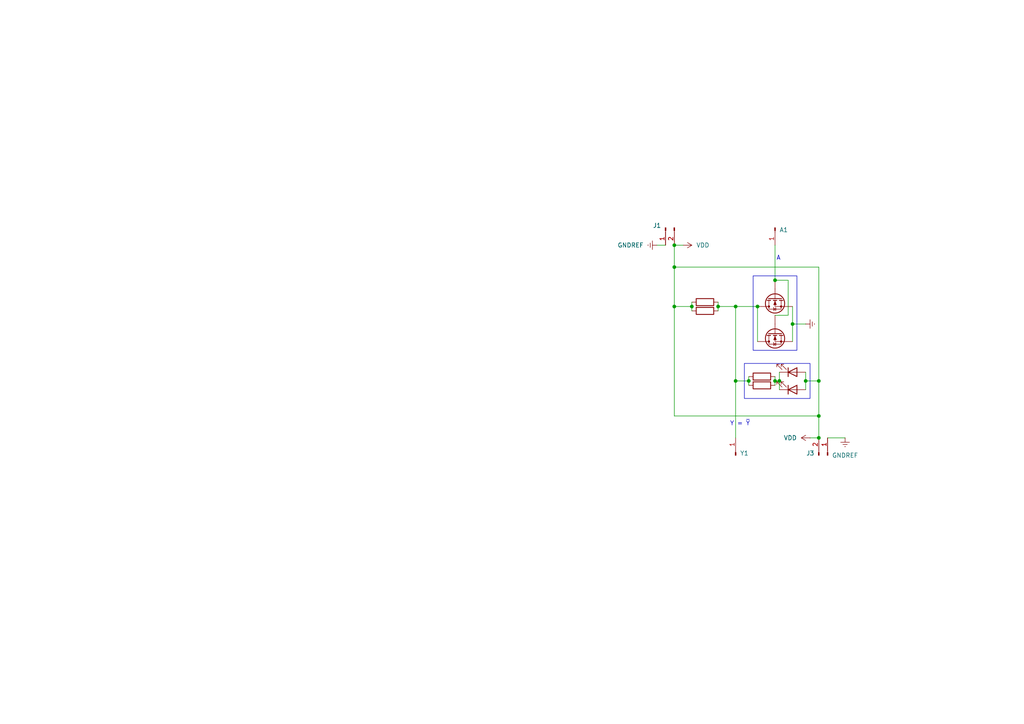
<source format=kicad_sch>
(kicad_sch
	(version 20250114)
	(generator "eeschema")
	(generator_version "9.0")
	(uuid "38b61d3a-980d-41e9-90d9-6607b9c2b652")
	(paper "A4")
	(title_block
		(title "NAND")
		(rev "1.0")
		(company "Cyborg Systems")
		(comment 1 "BlueChip")
	)
	(lib_symbols
		(symbol "2N7000_5"
			(pin_numbers
				(hide yes)
			)
			(pin_names
				(hide yes)
			)
			(exclude_from_sim no)
			(in_bom yes)
			(on_board yes)
			(property "Reference" "Q"
				(at 5.08 1.905 0)
				(effects
					(font
						(size 1.27 1.27)
					)
					(justify left)
				)
			)
			(property "Value" "2N7000"
				(at 5.08 0 0)
				(effects
					(font
						(size 1.27 1.27)
					)
					(justify left)
				)
			)
			(property "Footprint" "Package_TO_SOT_THT:TO-92_Inline"
				(at 5.08 -1.905 0)
				(effects
					(font
						(size 1.27 1.27)
						(italic yes)
					)
					(justify left)
					(hide yes)
				)
			)
			(property "Datasheet" "https://www.vishay.com/docs/70226/70226.pdf"
				(at 5.08 -3.81 0)
				(effects
					(font
						(size 1.27 1.27)
					)
					(justify left)
					(hide yes)
				)
			)
			(property "Description" "0.2A Id, 200V Vds, N-Channel MOSFET, 2.6V Logic Level, TO-92"
				(at 0 0 0)
				(effects
					(font
						(size 1.27 1.27)
					)
					(hide yes)
				)
			)
			(property "ki_keywords" "N-Channel MOSFET Logic-Level"
				(at 0 0 0)
				(effects
					(font
						(size 1.27 1.27)
					)
					(hide yes)
				)
			)
			(property "ki_fp_filters" "TO?92*"
				(at 0 0 0)
				(effects
					(font
						(size 1.27 1.27)
					)
					(hide yes)
				)
			)
			(symbol "2N7000_5_0_1"
				(polyline
					(pts
						(xy 0.254 1.905) (xy 0.254 -1.905)
					)
					(stroke
						(width 0.254)
						(type default)
					)
					(fill
						(type none)
					)
				)
				(polyline
					(pts
						(xy 0.254 0) (xy -2.54 0)
					)
					(stroke
						(width 0)
						(type default)
					)
					(fill
						(type none)
					)
				)
				(polyline
					(pts
						(xy 0.762 2.286) (xy 0.762 1.27)
					)
					(stroke
						(width 0.254)
						(type default)
					)
					(fill
						(type none)
					)
				)
				(polyline
					(pts
						(xy 0.762 0.508) (xy 0.762 -0.508)
					)
					(stroke
						(width 0.254)
						(type default)
					)
					(fill
						(type none)
					)
				)
				(polyline
					(pts
						(xy 0.762 -1.27) (xy 0.762 -2.286)
					)
					(stroke
						(width 0.254)
						(type default)
					)
					(fill
						(type none)
					)
				)
				(polyline
					(pts
						(xy 0.762 -1.778) (xy 3.302 -1.778) (xy 3.302 1.778) (xy 0.762 1.778)
					)
					(stroke
						(width 0)
						(type default)
					)
					(fill
						(type none)
					)
				)
				(polyline
					(pts
						(xy 1.016 0) (xy 2.032 0.381) (xy 2.032 -0.381) (xy 1.016 0)
					)
					(stroke
						(width 0)
						(type default)
					)
					(fill
						(type outline)
					)
				)
				(circle
					(center 1.651 0)
					(radius 2.794)
					(stroke
						(width 0.254)
						(type default)
					)
					(fill
						(type none)
					)
				)
				(polyline
					(pts
						(xy 2.54 2.54) (xy 2.54 1.778)
					)
					(stroke
						(width 0)
						(type default)
					)
					(fill
						(type none)
					)
				)
				(circle
					(center 2.54 1.778)
					(radius 0.254)
					(stroke
						(width 0)
						(type default)
					)
					(fill
						(type outline)
					)
				)
				(circle
					(center 2.54 -1.778)
					(radius 0.254)
					(stroke
						(width 0)
						(type default)
					)
					(fill
						(type outline)
					)
				)
				(polyline
					(pts
						(xy 2.54 -2.54) (xy 2.54 0) (xy 0.762 0)
					)
					(stroke
						(width 0)
						(type default)
					)
					(fill
						(type none)
					)
				)
				(polyline
					(pts
						(xy 2.794 0.508) (xy 2.921 0.381) (xy 3.683 0.381) (xy 3.81 0.254)
					)
					(stroke
						(width 0)
						(type default)
					)
					(fill
						(type none)
					)
				)
				(polyline
					(pts
						(xy 3.302 0.381) (xy 2.921 -0.254) (xy 3.683 -0.254) (xy 3.302 0.381)
					)
					(stroke
						(width 0)
						(type default)
					)
					(fill
						(type none)
					)
				)
			)
			(symbol "2N7000_5_1_1"
				(pin input line
					(at -5.08 0 0)
					(length 2.54)
					(name "G"
						(effects
							(font
								(size 1.27 1.27)
							)
						)
					)
					(number "2"
						(effects
							(font
								(size 1.27 1.27)
							)
						)
					)
				)
				(pin passive line
					(at 2.54 5.08 270)
					(length 2.54)
					(name "D"
						(effects
							(font
								(size 1.27 1.27)
							)
						)
					)
					(number "3"
						(effects
							(font
								(size 1.27 1.27)
							)
						)
					)
				)
				(pin passive line
					(at 2.54 -5.08 90)
					(length 2.54)
					(name "S"
						(effects
							(font
								(size 1.27 1.27)
							)
						)
					)
					(number "1"
						(effects
							(font
								(size 1.27 1.27)
							)
						)
					)
				)
			)
			(embedded_fonts no)
		)
		(symbol "2N7000_6"
			(pin_numbers
				(hide yes)
			)
			(pin_names
				(hide yes)
			)
			(exclude_from_sim no)
			(in_bom yes)
			(on_board yes)
			(property "Reference" "Q"
				(at 5.08 1.905 0)
				(effects
					(font
						(size 1.27 1.27)
					)
					(justify left)
				)
			)
			(property "Value" "2N7000"
				(at 5.08 0 0)
				(effects
					(font
						(size 1.27 1.27)
					)
					(justify left)
				)
			)
			(property "Footprint" "Package_TO_SOT_THT:TO-92_Inline"
				(at 5.08 -1.905 0)
				(effects
					(font
						(size 1.27 1.27)
						(italic yes)
					)
					(justify left)
					(hide yes)
				)
			)
			(property "Datasheet" "https://www.vishay.com/docs/70226/70226.pdf"
				(at 5.08 -3.81 0)
				(effects
					(font
						(size 1.27 1.27)
					)
					(justify left)
					(hide yes)
				)
			)
			(property "Description" "0.2A Id, 200V Vds, N-Channel MOSFET, 2.6V Logic Level, TO-92"
				(at 0 0 0)
				(effects
					(font
						(size 1.27 1.27)
					)
					(hide yes)
				)
			)
			(property "ki_keywords" "N-Channel MOSFET Logic-Level"
				(at 0 0 0)
				(effects
					(font
						(size 1.27 1.27)
					)
					(hide yes)
				)
			)
			(property "ki_fp_filters" "TO?92*"
				(at 0 0 0)
				(effects
					(font
						(size 1.27 1.27)
					)
					(hide yes)
				)
			)
			(symbol "2N7000_6_0_1"
				(polyline
					(pts
						(xy 0.254 1.905) (xy 0.254 -1.905)
					)
					(stroke
						(width 0.254)
						(type default)
					)
					(fill
						(type none)
					)
				)
				(polyline
					(pts
						(xy 0.254 0) (xy -2.54 0)
					)
					(stroke
						(width 0)
						(type default)
					)
					(fill
						(type none)
					)
				)
				(polyline
					(pts
						(xy 0.762 2.286) (xy 0.762 1.27)
					)
					(stroke
						(width 0.254)
						(type default)
					)
					(fill
						(type none)
					)
				)
				(polyline
					(pts
						(xy 0.762 0.508) (xy 0.762 -0.508)
					)
					(stroke
						(width 0.254)
						(type default)
					)
					(fill
						(type none)
					)
				)
				(polyline
					(pts
						(xy 0.762 -1.27) (xy 0.762 -2.286)
					)
					(stroke
						(width 0.254)
						(type default)
					)
					(fill
						(type none)
					)
				)
				(polyline
					(pts
						(xy 0.762 -1.778) (xy 3.302 -1.778) (xy 3.302 1.778) (xy 0.762 1.778)
					)
					(stroke
						(width 0)
						(type default)
					)
					(fill
						(type none)
					)
				)
				(polyline
					(pts
						(xy 1.016 0) (xy 2.032 0.381) (xy 2.032 -0.381) (xy 1.016 0)
					)
					(stroke
						(width 0)
						(type default)
					)
					(fill
						(type outline)
					)
				)
				(circle
					(center 1.651 0)
					(radius 2.794)
					(stroke
						(width 0.254)
						(type default)
					)
					(fill
						(type none)
					)
				)
				(polyline
					(pts
						(xy 2.54 2.54) (xy 2.54 1.778)
					)
					(stroke
						(width 0)
						(type default)
					)
					(fill
						(type none)
					)
				)
				(circle
					(center 2.54 1.778)
					(radius 0.254)
					(stroke
						(width 0)
						(type default)
					)
					(fill
						(type outline)
					)
				)
				(circle
					(center 2.54 -1.778)
					(radius 0.254)
					(stroke
						(width 0)
						(type default)
					)
					(fill
						(type outline)
					)
				)
				(polyline
					(pts
						(xy 2.54 -2.54) (xy 2.54 0) (xy 0.762 0)
					)
					(stroke
						(width 0)
						(type default)
					)
					(fill
						(type none)
					)
				)
				(polyline
					(pts
						(xy 2.794 0.508) (xy 2.921 0.381) (xy 3.683 0.381) (xy 3.81 0.254)
					)
					(stroke
						(width 0)
						(type default)
					)
					(fill
						(type none)
					)
				)
				(polyline
					(pts
						(xy 3.302 0.381) (xy 2.921 -0.254) (xy 3.683 -0.254) (xy 3.302 0.381)
					)
					(stroke
						(width 0)
						(type default)
					)
					(fill
						(type none)
					)
				)
			)
			(symbol "2N7000_6_1_1"
				(pin input line
					(at -5.08 0 0)
					(length 2.54)
					(name "G"
						(effects
							(font
								(size 1.27 1.27)
							)
						)
					)
					(number "2"
						(effects
							(font
								(size 1.27 1.27)
							)
						)
					)
				)
				(pin passive line
					(at 2.54 5.08 270)
					(length 2.54)
					(name "D"
						(effects
							(font
								(size 1.27 1.27)
							)
						)
					)
					(number "3"
						(effects
							(font
								(size 1.27 1.27)
							)
						)
					)
				)
				(pin passive line
					(at 2.54 -5.08 90)
					(length 2.54)
					(name "S"
						(effects
							(font
								(size 1.27 1.27)
							)
						)
					)
					(number "1"
						(effects
							(font
								(size 1.27 1.27)
							)
						)
					)
				)
			)
			(embedded_fonts no)
		)
		(symbol "Connector:Conn_01x01_Pin"
			(pin_names
				(offset 1.016)
				(hide yes)
			)
			(exclude_from_sim no)
			(in_bom yes)
			(on_board yes)
			(property "Reference" "J"
				(at 0 2.54 0)
				(effects
					(font
						(size 1.27 1.27)
					)
				)
			)
			(property "Value" "Conn_01x01_Pin"
				(at 0 -2.54 0)
				(effects
					(font
						(size 1.27 1.27)
					)
				)
			)
			(property "Footprint" ""
				(at 0 0 0)
				(effects
					(font
						(size 1.27 1.27)
					)
					(hide yes)
				)
			)
			(property "Datasheet" "~"
				(at 0 0 0)
				(effects
					(font
						(size 1.27 1.27)
					)
					(hide yes)
				)
			)
			(property "Description" "Generic connector, single row, 01x01, script generated"
				(at 0 0 0)
				(effects
					(font
						(size 1.27 1.27)
					)
					(hide yes)
				)
			)
			(property "ki_locked" ""
				(at 0 0 0)
				(effects
					(font
						(size 1.27 1.27)
					)
				)
			)
			(property "ki_keywords" "connector"
				(at 0 0 0)
				(effects
					(font
						(size 1.27 1.27)
					)
					(hide yes)
				)
			)
			(property "ki_fp_filters" "Connector*:*_1x??_*"
				(at 0 0 0)
				(effects
					(font
						(size 1.27 1.27)
					)
					(hide yes)
				)
			)
			(symbol "Conn_01x01_Pin_1_1"
				(rectangle
					(start 0.8636 0.127)
					(end 0 -0.127)
					(stroke
						(width 0.1524)
						(type default)
					)
					(fill
						(type outline)
					)
				)
				(polyline
					(pts
						(xy 1.27 0) (xy 0.8636 0)
					)
					(stroke
						(width 0.1524)
						(type default)
					)
					(fill
						(type none)
					)
				)
				(pin passive line
					(at 5.08 0 180)
					(length 3.81)
					(name "Pin_1"
						(effects
							(font
								(size 1.27 1.27)
							)
						)
					)
					(number "1"
						(effects
							(font
								(size 1.27 1.27)
							)
						)
					)
				)
			)
			(embedded_fonts no)
		)
		(symbol "Connector:Conn_01x02_Pin"
			(pin_names
				(offset 1.016)
				(hide yes)
			)
			(exclude_from_sim no)
			(in_bom yes)
			(on_board yes)
			(property "Reference" "J"
				(at 0 2.54 0)
				(effects
					(font
						(size 1.27 1.27)
					)
				)
			)
			(property "Value" "Conn_01x02_Pin"
				(at 0 -5.08 0)
				(effects
					(font
						(size 1.27 1.27)
					)
				)
			)
			(property "Footprint" ""
				(at 0 0 0)
				(effects
					(font
						(size 1.27 1.27)
					)
					(hide yes)
				)
			)
			(property "Datasheet" "~"
				(at 0 0 0)
				(effects
					(font
						(size 1.27 1.27)
					)
					(hide yes)
				)
			)
			(property "Description" "Generic connector, single row, 01x02, script generated"
				(at 0 0 0)
				(effects
					(font
						(size 1.27 1.27)
					)
					(hide yes)
				)
			)
			(property "ki_locked" ""
				(at 0 0 0)
				(effects
					(font
						(size 1.27 1.27)
					)
				)
			)
			(property "ki_keywords" "connector"
				(at 0 0 0)
				(effects
					(font
						(size 1.27 1.27)
					)
					(hide yes)
				)
			)
			(property "ki_fp_filters" "Connector*:*_1x??_*"
				(at 0 0 0)
				(effects
					(font
						(size 1.27 1.27)
					)
					(hide yes)
				)
			)
			(symbol "Conn_01x02_Pin_1_1"
				(rectangle
					(start 0.8636 0.127)
					(end 0 -0.127)
					(stroke
						(width 0.1524)
						(type default)
					)
					(fill
						(type outline)
					)
				)
				(rectangle
					(start 0.8636 -2.413)
					(end 0 -2.667)
					(stroke
						(width 0.1524)
						(type default)
					)
					(fill
						(type outline)
					)
				)
				(polyline
					(pts
						(xy 1.27 0) (xy 0.8636 0)
					)
					(stroke
						(width 0.1524)
						(type default)
					)
					(fill
						(type none)
					)
				)
				(polyline
					(pts
						(xy 1.27 -2.54) (xy 0.8636 -2.54)
					)
					(stroke
						(width 0.1524)
						(type default)
					)
					(fill
						(type none)
					)
				)
				(pin passive line
					(at 5.08 0 180)
					(length 3.81)
					(name "Pin_1"
						(effects
							(font
								(size 1.27 1.27)
							)
						)
					)
					(number "1"
						(effects
							(font
								(size 1.27 1.27)
							)
						)
					)
				)
				(pin passive line
					(at 5.08 -2.54 180)
					(length 3.81)
					(name "Pin_2"
						(effects
							(font
								(size 1.27 1.27)
							)
						)
					)
					(number "2"
						(effects
							(font
								(size 1.27 1.27)
							)
						)
					)
				)
			)
			(embedded_fonts no)
		)
		(symbol "Device:LED"
			(pin_numbers
				(hide yes)
			)
			(pin_names
				(offset 1.016)
				(hide yes)
			)
			(exclude_from_sim no)
			(in_bom yes)
			(on_board yes)
			(property "Reference" "D"
				(at 0 2.54 0)
				(effects
					(font
						(size 1.27 1.27)
					)
				)
			)
			(property "Value" "LED"
				(at 0 -2.54 0)
				(effects
					(font
						(size 1.27 1.27)
					)
				)
			)
			(property "Footprint" ""
				(at 0 0 0)
				(effects
					(font
						(size 1.27 1.27)
					)
					(hide yes)
				)
			)
			(property "Datasheet" "~"
				(at 0 0 0)
				(effects
					(font
						(size 1.27 1.27)
					)
					(hide yes)
				)
			)
			(property "Description" "Light emitting diode"
				(at 0 0 0)
				(effects
					(font
						(size 1.27 1.27)
					)
					(hide yes)
				)
			)
			(property "Sim.Pins" "1=K 2=A"
				(at 0 0 0)
				(effects
					(font
						(size 1.27 1.27)
					)
					(hide yes)
				)
			)
			(property "ki_keywords" "LED diode"
				(at 0 0 0)
				(effects
					(font
						(size 1.27 1.27)
					)
					(hide yes)
				)
			)
			(property "ki_fp_filters" "LED* LED_SMD:* LED_THT:*"
				(at 0 0 0)
				(effects
					(font
						(size 1.27 1.27)
					)
					(hide yes)
				)
			)
			(symbol "LED_0_1"
				(polyline
					(pts
						(xy -3.048 -0.762) (xy -4.572 -2.286) (xy -3.81 -2.286) (xy -4.572 -2.286) (xy -4.572 -1.524)
					)
					(stroke
						(width 0)
						(type default)
					)
					(fill
						(type none)
					)
				)
				(polyline
					(pts
						(xy -1.778 -0.762) (xy -3.302 -2.286) (xy -2.54 -2.286) (xy -3.302 -2.286) (xy -3.302 -1.524)
					)
					(stroke
						(width 0)
						(type default)
					)
					(fill
						(type none)
					)
				)
				(polyline
					(pts
						(xy -1.27 0) (xy 1.27 0)
					)
					(stroke
						(width 0)
						(type default)
					)
					(fill
						(type none)
					)
				)
				(polyline
					(pts
						(xy -1.27 -1.27) (xy -1.27 1.27)
					)
					(stroke
						(width 0.254)
						(type default)
					)
					(fill
						(type none)
					)
				)
				(polyline
					(pts
						(xy 1.27 -1.27) (xy 1.27 1.27) (xy -1.27 0) (xy 1.27 -1.27)
					)
					(stroke
						(width 0.254)
						(type default)
					)
					(fill
						(type none)
					)
				)
			)
			(symbol "LED_1_1"
				(pin passive line
					(at -3.81 0 0)
					(length 2.54)
					(name "K"
						(effects
							(font
								(size 1.27 1.27)
							)
						)
					)
					(number "1"
						(effects
							(font
								(size 1.27 1.27)
							)
						)
					)
				)
				(pin passive line
					(at 3.81 0 180)
					(length 2.54)
					(name "A"
						(effects
							(font
								(size 1.27 1.27)
							)
						)
					)
					(number "2"
						(effects
							(font
								(size 1.27 1.27)
							)
						)
					)
				)
			)
			(embedded_fonts no)
		)
		(symbol "Device:R"
			(pin_numbers
				(hide yes)
			)
			(pin_names
				(offset 0)
			)
			(exclude_from_sim no)
			(in_bom yes)
			(on_board yes)
			(property "Reference" "R"
				(at 2.032 0 90)
				(effects
					(font
						(size 1.27 1.27)
					)
				)
			)
			(property "Value" "R"
				(at 0 0 90)
				(effects
					(font
						(size 1.27 1.27)
					)
				)
			)
			(property "Footprint" ""
				(at -1.778 0 90)
				(effects
					(font
						(size 1.27 1.27)
					)
					(hide yes)
				)
			)
			(property "Datasheet" "~"
				(at 0 0 0)
				(effects
					(font
						(size 1.27 1.27)
					)
					(hide yes)
				)
			)
			(property "Description" "Resistor"
				(at 0 0 0)
				(effects
					(font
						(size 1.27 1.27)
					)
					(hide yes)
				)
			)
			(property "ki_keywords" "R res resistor"
				(at 0 0 0)
				(effects
					(font
						(size 1.27 1.27)
					)
					(hide yes)
				)
			)
			(property "ki_fp_filters" "R_*"
				(at 0 0 0)
				(effects
					(font
						(size 1.27 1.27)
					)
					(hide yes)
				)
			)
			(symbol "R_0_1"
				(rectangle
					(start -1.016 -2.54)
					(end 1.016 2.54)
					(stroke
						(width 0.254)
						(type default)
					)
					(fill
						(type none)
					)
				)
			)
			(symbol "R_1_1"
				(pin passive line
					(at 0 3.81 270)
					(length 1.27)
					(name "~"
						(effects
							(font
								(size 1.27 1.27)
							)
						)
					)
					(number "1"
						(effects
							(font
								(size 1.27 1.27)
							)
						)
					)
				)
				(pin passive line
					(at 0 -3.81 90)
					(length 1.27)
					(name "~"
						(effects
							(font
								(size 1.27 1.27)
							)
						)
					)
					(number "2"
						(effects
							(font
								(size 1.27 1.27)
							)
						)
					)
				)
			)
			(embedded_fonts no)
		)
		(symbol "power:GNDREF"
			(power)
			(pin_numbers
				(hide yes)
			)
			(pin_names
				(offset 0)
				(hide yes)
			)
			(exclude_from_sim no)
			(in_bom yes)
			(on_board yes)
			(property "Reference" "#PWR"
				(at 0 -6.35 0)
				(effects
					(font
						(size 1.27 1.27)
					)
					(hide yes)
				)
			)
			(property "Value" "GNDREF"
				(at 0 -3.81 0)
				(effects
					(font
						(size 1.27 1.27)
					)
				)
			)
			(property "Footprint" ""
				(at 0 0 0)
				(effects
					(font
						(size 1.27 1.27)
					)
					(hide yes)
				)
			)
			(property "Datasheet" ""
				(at 0 0 0)
				(effects
					(font
						(size 1.27 1.27)
					)
					(hide yes)
				)
			)
			(property "Description" "Power symbol creates a global label with name \"GNDREF\" , reference supply ground"
				(at 0 0 0)
				(effects
					(font
						(size 1.27 1.27)
					)
					(hide yes)
				)
			)
			(property "ki_keywords" "global power"
				(at 0 0 0)
				(effects
					(font
						(size 1.27 1.27)
					)
					(hide yes)
				)
			)
			(symbol "GNDREF_0_1"
				(polyline
					(pts
						(xy -0.635 -1.905) (xy 0.635 -1.905)
					)
					(stroke
						(width 0)
						(type default)
					)
					(fill
						(type none)
					)
				)
				(polyline
					(pts
						(xy -0.127 -2.54) (xy 0.127 -2.54)
					)
					(stroke
						(width 0)
						(type default)
					)
					(fill
						(type none)
					)
				)
				(polyline
					(pts
						(xy 0 -1.27) (xy 0 0)
					)
					(stroke
						(width 0)
						(type default)
					)
					(fill
						(type none)
					)
				)
				(polyline
					(pts
						(xy 1.27 -1.27) (xy -1.27 -1.27)
					)
					(stroke
						(width 0)
						(type default)
					)
					(fill
						(type none)
					)
				)
			)
			(symbol "GNDREF_1_1"
				(pin power_in line
					(at 0 0 270)
					(length 0)
					(name "~"
						(effects
							(font
								(size 1.27 1.27)
							)
						)
					)
					(number "1"
						(effects
							(font
								(size 1.27 1.27)
							)
						)
					)
				)
			)
			(embedded_fonts no)
		)
		(symbol "power:VDD"
			(power)
			(pin_numbers
				(hide yes)
			)
			(pin_names
				(offset 0)
				(hide yes)
			)
			(exclude_from_sim no)
			(in_bom yes)
			(on_board yes)
			(property "Reference" "#PWR"
				(at 0 -3.81 0)
				(effects
					(font
						(size 1.27 1.27)
					)
					(hide yes)
				)
			)
			(property "Value" "VDD"
				(at 0 3.556 0)
				(effects
					(font
						(size 1.27 1.27)
					)
				)
			)
			(property "Footprint" ""
				(at 0 0 0)
				(effects
					(font
						(size 1.27 1.27)
					)
					(hide yes)
				)
			)
			(property "Datasheet" ""
				(at 0 0 0)
				(effects
					(font
						(size 1.27 1.27)
					)
					(hide yes)
				)
			)
			(property "Description" "Power symbol creates a global label with name \"VDD\""
				(at 0 0 0)
				(effects
					(font
						(size 1.27 1.27)
					)
					(hide yes)
				)
			)
			(property "ki_keywords" "global power"
				(at 0 0 0)
				(effects
					(font
						(size 1.27 1.27)
					)
					(hide yes)
				)
			)
			(symbol "VDD_0_1"
				(polyline
					(pts
						(xy -0.762 1.27) (xy 0 2.54)
					)
					(stroke
						(width 0)
						(type default)
					)
					(fill
						(type none)
					)
				)
				(polyline
					(pts
						(xy 0 2.54) (xy 0.762 1.27)
					)
					(stroke
						(width 0)
						(type default)
					)
					(fill
						(type none)
					)
				)
				(polyline
					(pts
						(xy 0 0) (xy 0 2.54)
					)
					(stroke
						(width 0)
						(type default)
					)
					(fill
						(type none)
					)
				)
			)
			(symbol "VDD_1_1"
				(pin power_in line
					(at 0 0 90)
					(length 0)
					(name "~"
						(effects
							(font
								(size 1.27 1.27)
							)
						)
					)
					(number "1"
						(effects
							(font
								(size 1.27 1.27)
							)
						)
					)
				)
			)
			(embedded_fonts no)
		)
	)
	(rectangle
		(start 218.44 80.01)
		(end 231.14 101.6)
		(stroke
			(width 0)
			(type default)
		)
		(fill
			(type none)
		)
		(uuid 498f5288-4282-46f4-83d2-c9c644a6f1bf)
	)
	(rectangle
		(start 215.9 105.41)
		(end 234.95 115.57)
		(stroke
			(width 0)
			(type default)
		)
		(fill
			(type none)
		)
		(uuid c37820bf-ddd3-4e39-9360-e7c4b6eea87d)
	)
	(text "Y = ~{Y}"
		(exclude_from_sim no)
		(at 214.63 122.936 0)
		(effects
			(font
				(size 1.27 1.27)
			)
		)
		(uuid "9d215df9-bd44-4112-9990-47d3bd92ef8a")
	)
	(text "A"
		(exclude_from_sim no)
		(at 225.806 74.93 0)
		(effects
			(font
				(size 1.27 1.27)
			)
		)
		(uuid "a4616ef1-eb33-4252-bca3-2f7ec1b2df3b")
	)
	(junction
		(at 195.58 71.12)
		(diameter 0)
		(color 0 0 0 0)
		(uuid "125e6b5e-084c-4575-af11-5bd7f7016d63")
	)
	(junction
		(at 200.66 88.9)
		(diameter 0)
		(color 0 0 0 0)
		(uuid "24d1f6b5-591c-4cd4-8e2a-8af5784889fd")
	)
	(junction
		(at 213.36 88.9)
		(diameter 0)
		(color 0 0 0 0)
		(uuid "261263e4-3c57-47d9-b0e5-cabd3cdc2d3a")
	)
	(junction
		(at 208.28 88.9)
		(diameter 0)
		(color 0 0 0 0)
		(uuid "2796aac5-d613-4c9e-becc-c209be3d61ea")
	)
	(junction
		(at 237.49 120.65)
		(diameter 0)
		(color 0 0 0 0)
		(uuid "2a6e3662-7d5d-4b08-b68d-30ac137d9482")
	)
	(junction
		(at 224.79 110.49)
		(diameter 0)
		(color 0 0 0 0)
		(uuid "3034165d-b803-425f-843a-c4624c106138")
	)
	(junction
		(at 224.79 81.28)
		(diameter 0)
		(color 0 0 0 0)
		(uuid "39a66b68-6852-407a-a0b3-14b727280d98")
	)
	(junction
		(at 195.58 88.9)
		(diameter 0)
		(color 0 0 0 0)
		(uuid "6a98f719-32af-4fee-82f0-57afbe6acd23")
	)
	(junction
		(at 213.36 110.49)
		(diameter 0)
		(color 0 0 0 0)
		(uuid "6b26e444-c914-4d4c-b5c9-1189ba7db5f0")
	)
	(junction
		(at 229.87 93.98)
		(diameter 0)
		(color 0 0 0 0)
		(uuid "6d62dd87-1ad9-41e0-92b3-59b334abd00a")
	)
	(junction
		(at 219.71 88.9)
		(diameter 0)
		(color 0 0 0 0)
		(uuid "76ab2393-64c0-48b0-b124-d340021edb1c")
	)
	(junction
		(at 237.49 127)
		(diameter 0)
		(color 0 0 0 0)
		(uuid "7e849bba-b303-4fbb-8327-86ac59e800b9")
	)
	(junction
		(at 217.17 110.49)
		(diameter 0)
		(color 0 0 0 0)
		(uuid "87748216-e670-455d-b927-a50be2e66313")
	)
	(junction
		(at 195.58 77.47)
		(diameter 0)
		(color 0 0 0 0)
		(uuid "88d9ce10-c324-4023-bc41-6609ef2ce5a3")
	)
	(junction
		(at 226.06 110.49)
		(diameter 0)
		(color 0 0 0 0)
		(uuid "9d5e59b9-4313-43f0-b4a3-8fdd159212a4")
	)
	(junction
		(at 233.68 110.49)
		(diameter 0)
		(color 0 0 0 0)
		(uuid "eeeb05ea-cfb0-44cc-a5b5-7ff6d07f038f")
	)
	(junction
		(at 237.49 110.49)
		(diameter 0)
		(color 0 0 0 0)
		(uuid "eff8746b-f115-4bd2-88a6-073d06d47d44")
	)
	(wire
		(pts
			(xy 213.36 88.9) (xy 219.71 88.9)
		)
		(stroke
			(width 0)
			(type default)
		)
		(uuid "0035ee6a-954c-4c19-8f38-806b5a79a60d")
	)
	(wire
		(pts
			(xy 226.06 107.95) (xy 226.06 110.49)
		)
		(stroke
			(width 0)
			(type default)
		)
		(uuid "02439f2e-da90-48f5-b32d-bb020f5f9c3d")
	)
	(wire
		(pts
			(xy 208.28 88.9) (xy 213.36 88.9)
		)
		(stroke
			(width 0)
			(type default)
		)
		(uuid "0d875061-b4a1-4554-8ae2-b5716420c751")
	)
	(wire
		(pts
			(xy 219.71 88.9) (xy 219.71 99.06)
		)
		(stroke
			(width 0)
			(type default)
		)
		(uuid "0f94888b-5c9f-4c87-9daf-b588b4b22d6b")
	)
	(wire
		(pts
			(xy 229.87 93.98) (xy 233.68 93.98)
		)
		(stroke
			(width 0)
			(type default)
		)
		(uuid "129b777a-ad7f-4b6a-bc4e-c3678897d399")
	)
	(wire
		(pts
			(xy 195.58 88.9) (xy 195.58 120.65)
		)
		(stroke
			(width 0)
			(type default)
		)
		(uuid "168bae68-bada-40ab-85dc-9356e5854b03")
	)
	(wire
		(pts
			(xy 233.68 110.49) (xy 237.49 110.49)
		)
		(stroke
			(width 0)
			(type default)
		)
		(uuid "1a931447-d0c2-4206-86b0-14f0ab1d9f8a")
	)
	(wire
		(pts
			(xy 237.49 77.47) (xy 237.49 110.49)
		)
		(stroke
			(width 0)
			(type default)
		)
		(uuid "2c551895-1a22-4e77-bcd2-b97a6f9a0934")
	)
	(wire
		(pts
			(xy 234.95 127) (xy 237.49 127)
		)
		(stroke
			(width 0)
			(type default)
		)
		(uuid "37da6236-3d59-435e-9841-d8c7e554bb41")
	)
	(wire
		(pts
			(xy 198.12 71.12) (xy 195.58 71.12)
		)
		(stroke
			(width 0)
			(type default)
		)
		(uuid "41fc1afa-06cd-4995-a357-797b778da37d")
	)
	(wire
		(pts
			(xy 200.66 87.63) (xy 200.66 88.9)
		)
		(stroke
			(width 0)
			(type default)
		)
		(uuid "4284d28e-924f-43c3-b48a-e905c5303c05")
	)
	(wire
		(pts
			(xy 224.79 109.22) (xy 224.79 110.49)
		)
		(stroke
			(width 0)
			(type default)
		)
		(uuid "446a2602-151b-4b41-a38a-86a81b4e2d08")
	)
	(wire
		(pts
			(xy 213.36 110.49) (xy 217.17 110.49)
		)
		(stroke
			(width 0)
			(type default)
		)
		(uuid "4a863db8-0fd5-42e5-a174-b33cfac6c17a")
	)
	(wire
		(pts
			(xy 228.6 91.44) (xy 228.6 81.28)
		)
		(stroke
			(width 0)
			(type default)
		)
		(uuid "561f0286-63ab-4088-92b6-f1160743f2cb")
	)
	(wire
		(pts
			(xy 245.11 127) (xy 240.03 127)
		)
		(stroke
			(width 0)
			(type default)
		)
		(uuid "5fc12dac-8e34-494b-89c0-e5124df1d2e8")
	)
	(wire
		(pts
			(xy 195.58 77.47) (xy 237.49 77.47)
		)
		(stroke
			(width 0)
			(type default)
		)
		(uuid "610faac7-32f9-4e10-95f8-cc62f7f252b7")
	)
	(wire
		(pts
			(xy 195.58 77.47) (xy 195.58 88.9)
		)
		(stroke
			(width 0)
			(type default)
		)
		(uuid "65a4366e-e545-41ef-a061-6b63feda31d3")
	)
	(wire
		(pts
			(xy 213.36 88.9) (xy 213.36 110.49)
		)
		(stroke
			(width 0)
			(type default)
		)
		(uuid "67990dfd-ee83-4e98-a2f9-d795d34f80fd")
	)
	(wire
		(pts
			(xy 224.79 91.44) (xy 228.6 91.44)
		)
		(stroke
			(width 0)
			(type default)
		)
		(uuid "7d10330b-9950-4b87-b688-e559b62b9650")
	)
	(wire
		(pts
			(xy 213.36 110.49) (xy 213.36 127)
		)
		(stroke
			(width 0)
			(type default)
		)
		(uuid "7eef3b97-d0ec-4205-bf99-56a2706cc4fb")
	)
	(wire
		(pts
			(xy 217.17 109.22) (xy 217.17 110.49)
		)
		(stroke
			(width 0)
			(type default)
		)
		(uuid "80e8fd16-d363-40c1-b7e6-b6cec94a71c4")
	)
	(wire
		(pts
			(xy 195.58 120.65) (xy 237.49 120.65)
		)
		(stroke
			(width 0)
			(type default)
		)
		(uuid "83309776-ecf0-490b-b1fc-6b1b6667d420")
	)
	(wire
		(pts
			(xy 233.68 107.95) (xy 233.68 110.49)
		)
		(stroke
			(width 0)
			(type default)
		)
		(uuid "845e821e-45a9-4e61-a22c-c4011e43ef2c")
	)
	(wire
		(pts
			(xy 224.79 110.49) (xy 224.79 111.76)
		)
		(stroke
			(width 0)
			(type default)
		)
		(uuid "8619f99c-3a25-43c3-bb54-8825a627dfd8")
	)
	(wire
		(pts
			(xy 233.68 110.49) (xy 233.68 113.03)
		)
		(stroke
			(width 0)
			(type default)
		)
		(uuid "8ddd8bd4-c704-4dd1-b8bb-864028023918")
	)
	(wire
		(pts
			(xy 229.87 88.9) (xy 229.87 93.98)
		)
		(stroke
			(width 0)
			(type default)
		)
		(uuid "9005adbc-0aa2-4252-8566-c892bdb4dc90")
	)
	(wire
		(pts
			(xy 224.79 81.28) (xy 228.6 81.28)
		)
		(stroke
			(width 0)
			(type default)
		)
		(uuid "90347ac8-74bd-4841-890b-36af7bf8c54a")
	)
	(wire
		(pts
			(xy 224.79 71.12) (xy 224.79 81.28)
		)
		(stroke
			(width 0)
			(type default)
		)
		(uuid "99942e85-aabd-4c02-b5b5-c0995a6da239")
	)
	(wire
		(pts
			(xy 200.66 88.9) (xy 200.66 90.17)
		)
		(stroke
			(width 0)
			(type default)
		)
		(uuid "a1fbed5e-09a5-45d6-a273-5ed9c925a3ba")
	)
	(wire
		(pts
			(xy 229.87 93.98) (xy 229.87 99.06)
		)
		(stroke
			(width 0)
			(type default)
		)
		(uuid "a3853032-2edb-4ff8-abc1-ab9a64d9677d")
	)
	(wire
		(pts
			(xy 208.28 87.63) (xy 208.28 88.9)
		)
		(stroke
			(width 0)
			(type default)
		)
		(uuid "a54fdbb7-ab6b-4b2f-97df-67e1fb44a670")
	)
	(wire
		(pts
			(xy 195.58 88.9) (xy 200.66 88.9)
		)
		(stroke
			(width 0)
			(type default)
		)
		(uuid "a709f9b2-116f-4976-8e1b-37b64c5d77a9")
	)
	(wire
		(pts
			(xy 217.17 110.49) (xy 217.17 111.76)
		)
		(stroke
			(width 0)
			(type default)
		)
		(uuid "addafba5-e5d1-4db4-b4b1-275cd8d21649")
	)
	(wire
		(pts
			(xy 226.06 110.49) (xy 226.06 113.03)
		)
		(stroke
			(width 0)
			(type default)
		)
		(uuid "b46bf02c-0e2b-4a31-a8e5-36116a3a97b0")
	)
	(wire
		(pts
			(xy 224.79 110.49) (xy 226.06 110.49)
		)
		(stroke
			(width 0)
			(type default)
		)
		(uuid "bea91cf0-b87d-45ac-9fc8-a48e1d3c2ae1")
	)
	(wire
		(pts
			(xy 237.49 120.65) (xy 237.49 127)
		)
		(stroke
			(width 0)
			(type default)
		)
		(uuid "c580cfd5-794f-4ad5-a5ad-95471a4446e9")
	)
	(wire
		(pts
			(xy 190.5 71.12) (xy 193.04 71.12)
		)
		(stroke
			(width 0)
			(type default)
		)
		(uuid "c75db0dc-37ef-49ac-8341-1817c705072c")
	)
	(wire
		(pts
			(xy 237.49 110.49) (xy 237.49 120.65)
		)
		(stroke
			(width 0)
			(type default)
		)
		(uuid "dde3af1b-7921-40d9-b898-1ca2009e18d5")
	)
	(wire
		(pts
			(xy 208.28 88.9) (xy 208.28 90.17)
		)
		(stroke
			(width 0)
			(type default)
		)
		(uuid "e08681b4-d153-406f-87e0-b5d0819e300d")
	)
	(wire
		(pts
			(xy 195.58 71.12) (xy 195.58 77.47)
		)
		(stroke
			(width 0)
			(type default)
		)
		(uuid "f0b930cb-78b1-484e-8ae5-0506258508e8")
	)
	(symbol
		(lib_id "Device:R")
		(at 204.47 87.63 90)
		(unit 1)
		(exclude_from_sim no)
		(in_bom yes)
		(on_board yes)
		(dnp no)
		(fields_autoplaced yes)
		(uuid "12ad597e-e7b9-49a7-a0b1-733c83f5a452")
		(property "Reference" "R5"
			(at 203.1999 85.09 0)
			(effects
				(font
					(size 1.27 1.27)
				)
				(justify left)
				(hide yes)
			)
		)
		(property "Value" "R"
			(at 205.7399 85.09 0)
			(effects
				(font
					(size 1.27 1.27)
				)
				(justify left)
				(hide yes)
			)
		)
		(property "Footprint" "Resistor_THT:R_Axial_DIN0207_L6.3mm_D2.5mm_P10.16mm_Horizontal"
			(at 204.47 89.408 90)
			(effects
				(font
					(size 1.27 1.27)
				)
				(hide yes)
			)
		)
		(property "Datasheet" "~"
			(at 204.47 87.63 0)
			(effects
				(font
					(size 1.27 1.27)
				)
				(hide yes)
			)
		)
		(property "Description" "Resistor"
			(at 204.47 87.63 0)
			(effects
				(font
					(size 1.27 1.27)
				)
				(hide yes)
			)
		)
		(pin "1"
			(uuid "30ce2ac5-0f10-4d49-a65b-1624f0da4039")
		)
		(pin "2"
			(uuid "e030266b-188b-4b80-91f1-1710e9115fe9")
		)
		(instances
			(project "XOR_LED"
				(path "/38b61d3a-980d-41e9-90d9-6607b9c2b652"
					(reference "R5")
					(unit 1)
				)
			)
		)
	)
	(symbol
		(lib_id "Device:LED")
		(at 229.87 107.95 0)
		(mirror x)
		(unit 1)
		(exclude_from_sim no)
		(in_bom yes)
		(on_board yes)
		(dnp no)
		(uuid "1ad11843-6d86-4f7f-801b-5d082c0ccfa6")
		(property "Reference" "D1"
			(at 228.2825 114.3 0)
			(effects
				(font
					(size 1.27 1.27)
				)
				(hide yes)
			)
		)
		(property "Value" "LED"
			(at 228.2825 111.76 0)
			(effects
				(font
					(size 1.27 1.27)
				)
				(hide yes)
			)
		)
		(property "Footprint" "LED_THT:LED_D1.8mm_W3.3mm_H2.4mm"
			(at 229.87 107.95 0)
			(effects
				(font
					(size 1.27 1.27)
				)
				(hide yes)
			)
		)
		(property "Datasheet" "~"
			(at 229.87 107.95 0)
			(effects
				(font
					(size 1.27 1.27)
				)
				(hide yes)
			)
		)
		(property "Description" "Light emitting diode"
			(at 229.87 107.95 0)
			(effects
				(font
					(size 1.27 1.27)
				)
				(hide yes)
			)
		)
		(property "Sim.Pins" "1=K 2=A"
			(at 229.87 107.95 0)
			(effects
				(font
					(size 1.27 1.27)
				)
				(hide yes)
			)
		)
		(pin "1"
			(uuid "2629257b-b916-4db7-a101-0a4b14618a54")
		)
		(pin "2"
			(uuid "5c7ecd10-f36e-4d9b-b3b7-99f020ec9f0e")
		)
		(instances
			(project "NOT_LED"
				(path "/38b61d3a-980d-41e9-90d9-6607b9c2b652"
					(reference "D1")
					(unit 1)
				)
			)
		)
	)
	(symbol
		(lib_id "power:VDD")
		(at 234.95 127 90)
		(mirror x)
		(unit 1)
		(exclude_from_sim no)
		(in_bom yes)
		(on_board yes)
		(dnp no)
		(uuid "27361628-b1ba-47a9-9281-d8b88577f2e7")
		(property "Reference" "#PWR010"
			(at 238.76 127 0)
			(effects
				(font
					(size 1.27 1.27)
				)
				(hide yes)
			)
		)
		(property "Value" "VDD"
			(at 231.14 126.9999 90)
			(effects
				(font
					(size 1.27 1.27)
				)
				(justify left)
			)
		)
		(property "Footprint" ""
			(at 234.95 127 0)
			(effects
				(font
					(size 1.27 1.27)
				)
				(hide yes)
			)
		)
		(property "Datasheet" ""
			(at 234.95 127 0)
			(effects
				(font
					(size 1.27 1.27)
				)
				(hide yes)
			)
		)
		(property "Description" "Power symbol creates a global label with name \"VDD\""
			(at 234.95 127 0)
			(effects
				(font
					(size 1.27 1.27)
				)
				(hide yes)
			)
		)
		(pin "1"
			(uuid "1eb9f015-2cf6-47a8-b40c-ee1668e0938a")
		)
		(instances
			(project "NAND"
				(path "/38b61d3a-980d-41e9-90d9-6607b9c2b652"
					(reference "#PWR010")
					(unit 1)
				)
			)
		)
	)
	(symbol
		(lib_id "Connector:Conn_01x02_Pin")
		(at 240.03 132.08 270)
		(mirror x)
		(unit 1)
		(exclude_from_sim no)
		(in_bom yes)
		(on_board yes)
		(dnp no)
		(fields_autoplaced yes)
		(uuid "5fe689e1-59e4-4723-bca5-209462cc518d")
		(property "Reference" "J3"
			(at 236.22 131.4449 90)
			(effects
				(font
					(size 1.27 1.27)
				)
				(justify right)
			)
		)
		(property "Value" "Conn_01x02_Pin"
			(at 241.3 130.1751 90)
			(effects
				(font
					(size 1.27 1.27)
				)
				(justify left)
				(hide yes)
			)
		)
		(property "Footprint" "Connector_PinSocket_2.54mm:PinSocket_1x02_P2.54mm_Vertical"
			(at 240.03 132.08 0)
			(effects
				(font
					(size 1.27 1.27)
				)
				(hide yes)
			)
		)
		(property "Datasheet" "~"
			(at 240.03 132.08 0)
			(effects
				(font
					(size 1.27 1.27)
				)
				(hide yes)
			)
		)
		(property "Description" "Generic connector, single row, 01x02, script generated"
			(at 240.03 132.08 0)
			(effects
				(font
					(size 1.27 1.27)
				)
				(hide yes)
			)
		)
		(pin "2"
			(uuid "c2ca9be7-d468-487b-bb39-05048d05da43")
		)
		(pin "1"
			(uuid "3b2dfa27-cf4d-4c6a-a10b-4b4d596fa45f")
		)
		(instances
			(project "XOR_LED"
				(path "/38b61d3a-980d-41e9-90d9-6607b9c2b652"
					(reference "J3")
					(unit 1)
				)
			)
		)
	)
	(symbol
		(lib_id "power:GNDREF")
		(at 233.68 93.98 90)
		(unit 1)
		(exclude_from_sim no)
		(in_bom yes)
		(on_board yes)
		(dnp no)
		(uuid "6438647f-1bbd-4a81-82cc-6af2978901b7")
		(property "Reference" "#PWR05"
			(at 240.03 93.98 0)
			(effects
				(font
					(size 1.27 1.27)
				)
				(hide yes)
			)
		)
		(property "Value" "GNDREF"
			(at 244.602 95.25 90)
			(effects
				(font
					(size 1.27 1.27)
				)
				(hide yes)
			)
		)
		(property "Footprint" ""
			(at 233.68 93.98 0)
			(effects
				(font
					(size 1.27 1.27)
				)
				(hide yes)
			)
		)
		(property "Datasheet" ""
			(at 233.68 93.98 0)
			(effects
				(font
					(size 1.27 1.27)
				)
				(hide yes)
			)
		)
		(property "Description" "Power symbol creates a global label with name \"GNDREF\" , reference supply ground"
			(at 233.68 93.98 0)
			(effects
				(font
					(size 1.27 1.27)
				)
				(hide yes)
			)
		)
		(pin "1"
			(uuid "604c79e4-7d2d-425e-8511-f92f5c3a654c")
		)
		(instances
			(project "NOT_LED"
				(path "/38b61d3a-980d-41e9-90d9-6607b9c2b652"
					(reference "#PWR05")
					(unit 1)
				)
			)
		)
	)
	(symbol
		(lib_id "Device:R")
		(at 204.47 90.17 90)
		(unit 1)
		(exclude_from_sim no)
		(in_bom yes)
		(on_board yes)
		(dnp no)
		(fields_autoplaced yes)
		(uuid "6b099490-a6f0-4b64-b612-dacc7ba5d858")
		(property "Reference" "R15"
			(at 203.1999 87.63 0)
			(effects
				(font
					(size 1.27 1.27)
				)
				(justify left)
				(hide yes)
			)
		)
		(property "Value" "R"
			(at 205.7399 87.63 0)
			(effects
				(font
					(size 1.27 1.27)
				)
				(justify left)
				(hide yes)
			)
		)
		(property "Footprint" "Resistor_SMD:R_1206_3216Metric"
			(at 204.47 91.948 90)
			(effects
				(font
					(size 1.27 1.27)
				)
				(hide yes)
			)
		)
		(property "Datasheet" "~"
			(at 204.47 90.17 0)
			(effects
				(font
					(size 1.27 1.27)
				)
				(hide yes)
			)
		)
		(property "Description" "Resistor"
			(at 204.47 90.17 0)
			(effects
				(font
					(size 1.27 1.27)
				)
				(hide yes)
			)
		)
		(pin "1"
			(uuid "4a1f2a8c-068b-44f2-a47a-bc7d89259df1")
		)
		(pin "2"
			(uuid "56d93557-1d6a-43d2-a26f-834090b5e65a")
		)
		(instances
			(project "XOR_LED"
				(path "/38b61d3a-980d-41e9-90d9-6607b9c2b652"
					(reference "R15")
					(unit 1)
				)
			)
		)
	)
	(symbol
		(lib_id "Device:R")
		(at 220.98 109.22 90)
		(unit 1)
		(exclude_from_sim no)
		(in_bom yes)
		(on_board yes)
		(dnp no)
		(fields_autoplaced yes)
		(uuid "6c54a1ad-58c6-410a-a19d-a6e26f9909cc")
		(property "Reference" "R3"
			(at 219.7099 106.68 0)
			(effects
				(font
					(size 1.27 1.27)
				)
				(justify left)
				(hide yes)
			)
		)
		(property "Value" "R"
			(at 222.2499 106.68 0)
			(effects
				(font
					(size 1.27 1.27)
				)
				(justify left)
				(hide yes)
			)
		)
		(property "Footprint" "Resistor_THT:R_Axial_DIN0207_L6.3mm_D2.5mm_P10.16mm_Horizontal"
			(at 220.98 110.998 90)
			(effects
				(font
					(size 1.27 1.27)
				)
				(hide yes)
			)
		)
		(property "Datasheet" "~"
			(at 220.98 109.22 0)
			(effects
				(font
					(size 1.27 1.27)
				)
				(hide yes)
			)
		)
		(property "Description" "Resistor"
			(at 220.98 109.22 0)
			(effects
				(font
					(size 1.27 1.27)
				)
				(hide yes)
			)
		)
		(pin "1"
			(uuid "a82b2a56-22ba-45a0-b3c8-3963b43311c4")
		)
		(pin "2"
			(uuid "27d254b1-8d67-4323-b7a9-755f0eb6abfe")
		)
		(instances
			(project "NOT_LED"
				(path "/38b61d3a-980d-41e9-90d9-6607b9c2b652"
					(reference "R3")
					(unit 1)
				)
			)
		)
	)
	(symbol
		(lib_id "Connector:Conn_01x02_Pin")
		(at 193.04 66.04 90)
		(mirror x)
		(unit 1)
		(exclude_from_sim no)
		(in_bom yes)
		(on_board yes)
		(dnp no)
		(uuid "89c722ea-038e-45ce-8620-8d166498fc83")
		(property "Reference" "J1"
			(at 191.77 65.4049 90)
			(effects
				(font
					(size 1.27 1.27)
				)
				(justify left)
			)
		)
		(property "Value" "Conn_01x02_Pin"
			(at 191.77 67.9449 90)
			(effects
				(font
					(size 1.27 1.27)
				)
				(justify left)
				(hide yes)
			)
		)
		(property "Footprint" "Connector_PinSocket_2.54mm:PinSocket_1x02_P2.54mm_Vertical"
			(at 193.04 66.04 0)
			(effects
				(font
					(size 1.27 1.27)
				)
				(hide yes)
			)
		)
		(property "Datasheet" "~"
			(at 193.04 66.04 0)
			(effects
				(font
					(size 1.27 1.27)
				)
				(hide yes)
			)
		)
		(property "Description" "Generic connector, single row, 01x02, script generated"
			(at 193.04 66.04 0)
			(effects
				(font
					(size 1.27 1.27)
				)
				(hide yes)
			)
		)
		(pin "2"
			(uuid "29759959-3ab6-4624-88e8-7dfc82332c75")
		)
		(pin "1"
			(uuid "4521e5ed-edaa-49c6-b952-4fe399bc47ac")
		)
		(instances
			(project "XOR_LED"
				(path "/38b61d3a-980d-41e9-90d9-6607b9c2b652"
					(reference "J1")
					(unit 1)
				)
			)
		)
	)
	(symbol
		(lib_id "power:VDD")
		(at 198.12 71.12 270)
		(unit 1)
		(exclude_from_sim no)
		(in_bom yes)
		(on_board yes)
		(dnp no)
		(uuid "95fe54a0-9d1f-4c3a-839b-636892e52d97")
		(property "Reference" "#PWR01"
			(at 194.31 71.12 0)
			(effects
				(font
					(size 1.27 1.27)
				)
				(hide yes)
			)
		)
		(property "Value" "VDD"
			(at 201.93 71.1199 90)
			(effects
				(font
					(size 1.27 1.27)
				)
				(justify left)
			)
		)
		(property "Footprint" ""
			(at 198.12 71.12 0)
			(effects
				(font
					(size 1.27 1.27)
				)
				(hide yes)
			)
		)
		(property "Datasheet" ""
			(at 198.12 71.12 0)
			(effects
				(font
					(size 1.27 1.27)
				)
				(hide yes)
			)
		)
		(property "Description" "Power symbol creates a global label with name \"VDD\""
			(at 198.12 71.12 0)
			(effects
				(font
					(size 1.27 1.27)
				)
				(hide yes)
			)
		)
		(pin "1"
			(uuid "d83fcb21-aa32-414c-8ec1-2f4b00f1e042")
		)
		(instances
			(project "XOR_LED"
				(path "/38b61d3a-980d-41e9-90d9-6607b9c2b652"
					(reference "#PWR01")
					(unit 1)
				)
			)
		)
	)
	(symbol
		(lib_id "Connector:Conn_01x01_Pin")
		(at 224.79 66.04 270)
		(unit 1)
		(exclude_from_sim no)
		(in_bom yes)
		(on_board yes)
		(dnp no)
		(fields_autoplaced yes)
		(uuid "a2749ad2-d7f7-4221-82c3-039f23057df8")
		(property "Reference" "A1"
			(at 226.06 66.6749 90)
			(effects
				(font
					(size 1.27 1.27)
				)
				(justify left)
			)
		)
		(property "Value" "Conn_01x01_Pin"
			(at 227.33 66.675 0)
			(effects
				(font
					(size 1.27 1.27)
				)
				(hide yes)
			)
		)
		(property "Footprint" "Connector_PinHeader_2.54mm:PinHeader_1x01_P2.54mm_Vertical"
			(at 224.79 66.04 0)
			(effects
				(font
					(size 1.27 1.27)
				)
				(hide yes)
			)
		)
		(property "Datasheet" "~"
			(at 224.79 66.04 0)
			(effects
				(font
					(size 1.27 1.27)
				)
				(hide yes)
			)
		)
		(property "Description" "Generic connector, single row, 01x01, script generated"
			(at 224.79 66.04 0)
			(effects
				(font
					(size 1.27 1.27)
				)
				(hide yes)
			)
		)
		(pin "1"
			(uuid "17af8b66-2f13-456b-a55d-39933b72c542")
		)
		(instances
			(project "XOR_LED"
				(path "/38b61d3a-980d-41e9-90d9-6607b9c2b652"
					(reference "A1")
					(unit 1)
				)
			)
		)
	)
	(symbol
		(lib_id "Device:LED")
		(at 229.87 113.03 0)
		(mirror x)
		(unit 1)
		(exclude_from_sim no)
		(in_bom yes)
		(on_board yes)
		(dnp no)
		(uuid "ac58e976-3fbf-46e9-8b54-83e327ca1571")
		(property "Reference" "D11"
			(at 228.2825 119.38 0)
			(effects
				(font
					(size 1.27 1.27)
				)
				(hide yes)
			)
		)
		(property "Value" "LED"
			(at 228.2825 116.84 0)
			(effects
				(font
					(size 1.27 1.27)
				)
				(hide yes)
			)
		)
		(property "Footprint" "LED_SMD:LED_1206_3216Metric"
			(at 229.87 113.03 0)
			(effects
				(font
					(size 1.27 1.27)
				)
				(hide yes)
			)
		)
		(property "Datasheet" "~"
			(at 229.87 113.03 0)
			(effects
				(font
					(size 1.27 1.27)
				)
				(hide yes)
			)
		)
		(property "Description" "Light emitting diode"
			(at 229.87 113.03 0)
			(effects
				(font
					(size 1.27 1.27)
				)
				(hide yes)
			)
		)
		(property "Sim.Pins" "1=K 2=A"
			(at 229.87 113.03 0)
			(effects
				(font
					(size 1.27 1.27)
				)
				(hide yes)
			)
		)
		(pin "1"
			(uuid "3c90e414-c5d8-4ff0-bb98-17e21c04c2f5")
		)
		(pin "2"
			(uuid "27e60764-b2ab-4559-8acb-d48d41d03453")
		)
		(instances
			(project "NOT_LED"
				(path "/38b61d3a-980d-41e9-90d9-6607b9c2b652"
					(reference "D11")
					(unit 1)
				)
			)
		)
	)
	(symbol
		(lib_name "2N7000_5")
		(lib_id "Transistor_FET:2N7000")
		(at 224.79 96.52 90)
		(mirror x)
		(unit 1)
		(exclude_from_sim no)
		(in_bom yes)
		(on_board yes)
		(dnp no)
		(uuid "b3183746-d1ff-409e-81a3-7d322dd6a7ee")
		(property "Reference" "Q13"
			(at 224.79 105.41 90)
			(effects
				(font
					(size 1.27 1.27)
				)
				(hide yes)
			)
		)
		(property "Value" "2N7000"
			(at 224.79 102.87 90)
			(effects
				(font
					(size 1.27 1.27)
				)
				(hide yes)
			)
		)
		(property "Footprint" "Package_TO_SOT_SMD:SOT-23"
			(at 226.695 101.6 0)
			(effects
				(font
					(size 1.27 1.27)
					(italic yes)
				)
				(justify left)
				(hide yes)
			)
		)
		(property "Datasheet" "https://www.vishay.com/docs/70226/70226.pdf"
			(at 228.6 101.6 0)
			(effects
				(font
					(size 1.27 1.27)
				)
				(justify left)
				(hide yes)
			)
		)
		(property "Description" "0.2A Id, 200V Vds, N-Channel MOSFET, 2.6V Logic Level, TO-92"
			(at 224.79 96.52 0)
			(effects
				(font
					(size 1.27 1.27)
				)
				(hide yes)
			)
		)
		(pin "1"
			(uuid "1aec07c2-bf74-49a1-abf2-346a6b1b0b37")
		)
		(pin "2"
			(uuid "9c49f003-0580-4155-8d57-6144dcece666")
		)
		(pin "3"
			(uuid "abfd71c1-9b5e-4d04-85c6-ee1e8a979893")
		)
		(instances
			(project "XOR_LED"
				(path "/38b61d3a-980d-41e9-90d9-6607b9c2b652"
					(reference "Q13")
					(unit 1)
				)
			)
		)
	)
	(symbol
		(lib_id "Device:R")
		(at 220.98 111.76 90)
		(unit 1)
		(exclude_from_sim no)
		(in_bom yes)
		(on_board yes)
		(dnp no)
		(fields_autoplaced yes)
		(uuid "b9457f5d-adf0-4b5a-af78-199796955e42")
		(property "Reference" "R13"
			(at 219.7099 109.22 0)
			(effects
				(font
					(size 1.27 1.27)
				)
				(justify left)
				(hide yes)
			)
		)
		(property "Value" "R"
			(at 222.2499 109.22 0)
			(effects
				(font
					(size 1.27 1.27)
				)
				(justify left)
				(hide yes)
			)
		)
		(property "Footprint" "Resistor_SMD:R_1206_3216Metric"
			(at 220.98 113.538 90)
			(effects
				(font
					(size 1.27 1.27)
				)
				(hide yes)
			)
		)
		(property "Datasheet" "~"
			(at 220.98 111.76 0)
			(effects
				(font
					(size 1.27 1.27)
				)
				(hide yes)
			)
		)
		(property "Description" "Resistor"
			(at 220.98 111.76 0)
			(effects
				(font
					(size 1.27 1.27)
				)
				(hide yes)
			)
		)
		(pin "1"
			(uuid "d4289e36-963b-4df6-9167-7c77f7f41ddb")
		)
		(pin "2"
			(uuid "92aa82a0-f837-47d2-b837-4d067e365f35")
		)
		(instances
			(project "NOT_LED"
				(path "/38b61d3a-980d-41e9-90d9-6607b9c2b652"
					(reference "R13")
					(unit 1)
				)
			)
		)
	)
	(symbol
		(lib_id "power:GNDREF")
		(at 245.11 127 0)
		(unit 1)
		(exclude_from_sim no)
		(in_bom yes)
		(on_board yes)
		(dnp no)
		(uuid "c0cb57a2-e66a-4fe6-a49e-749311c3381e")
		(property "Reference" "#PWR04"
			(at 245.11 133.35 0)
			(effects
				(font
					(size 1.27 1.27)
				)
				(hide yes)
			)
		)
		(property "Value" "GNDREF"
			(at 245.11 132.08 0)
			(effects
				(font
					(size 1.27 1.27)
				)
			)
		)
		(property "Footprint" ""
			(at 245.11 127 0)
			(effects
				(font
					(size 1.27 1.27)
				)
				(hide yes)
			)
		)
		(property "Datasheet" ""
			(at 245.11 127 0)
			(effects
				(font
					(size 1.27 1.27)
				)
				(hide yes)
			)
		)
		(property "Description" "Power symbol creates a global label with name \"GNDREF\" , reference supply ground"
			(at 245.11 127 0)
			(effects
				(font
					(size 1.27 1.27)
				)
				(hide yes)
			)
		)
		(pin "1"
			(uuid "6b57dcfb-3035-4f28-97cb-4c7924432d88")
		)
		(instances
			(project "XOR_LED"
				(path "/38b61d3a-980d-41e9-90d9-6607b9c2b652"
					(reference "#PWR04")
					(unit 1)
				)
			)
		)
	)
	(symbol
		(lib_name "2N7000_6")
		(lib_id "Transistor_FET:2N7000")
		(at 224.79 86.36 90)
		(mirror x)
		(unit 1)
		(exclude_from_sim no)
		(in_bom yes)
		(on_board yes)
		(dnp no)
		(uuid "e00777c4-c1dd-499f-88d7-d8b81e370962")
		(property "Reference" "Q3"
			(at 224.79 95.25 90)
			(effects
				(font
					(size 1.27 1.27)
				)
				(hide yes)
			)
		)
		(property "Value" "2N7000"
			(at 224.79 92.71 90)
			(effects
				(font
					(size 1.27 1.27)
				)
				(hide yes)
			)
		)
		(property "Footprint" "Package_TO_SOT_THT:TO-92_Inline"
			(at 226.695 91.44 0)
			(effects
				(font
					(size 1.27 1.27)
					(italic yes)
				)
				(justify left)
				(hide yes)
			)
		)
		(property "Datasheet" "https://www.vishay.com/docs/70226/70226.pdf"
			(at 228.6 91.44 0)
			(effects
				(font
					(size 1.27 1.27)
				)
				(justify left)
				(hide yes)
			)
		)
		(property "Description" "0.2A Id, 200V Vds, N-Channel MOSFET, 2.6V Logic Level, TO-92"
			(at 224.79 86.36 0)
			(effects
				(font
					(size 1.27 1.27)
				)
				(hide yes)
			)
		)
		(pin "1"
			(uuid "cf941ab0-17fb-40c1-b674-fce0452cb7de")
		)
		(pin "2"
			(uuid "fab914f8-2282-4f8b-ac5e-9396fb3b5f9c")
		)
		(pin "3"
			(uuid "1bb29165-56a7-4c30-9499-1a781b81b377")
		)
		(instances
			(project "XOR_LED"
				(path "/38b61d3a-980d-41e9-90d9-6607b9c2b652"
					(reference "Q3")
					(unit 1)
				)
			)
		)
	)
	(symbol
		(lib_id "Connector:Conn_01x01_Pin")
		(at 213.36 132.08 270)
		(mirror x)
		(unit 1)
		(exclude_from_sim no)
		(in_bom yes)
		(on_board yes)
		(dnp no)
		(uuid "e058576f-ed37-4ee2-ab8f-23f419df50fc")
		(property "Reference" "Y1"
			(at 214.63 131.4449 90)
			(effects
				(font
					(size 1.27 1.27)
				)
				(justify left)
			)
		)
		(property "Value" "Conn_01x01_Pin"
			(at 215.9 131.445 0)
			(effects
				(font
					(size 1.27 1.27)
				)
				(hide yes)
			)
		)
		(property "Footprint" "Connector_PinHeader_2.54mm:PinHeader_1x01_P2.54mm_Vertical"
			(at 213.36 132.08 0)
			(effects
				(font
					(size 1.27 1.27)
				)
				(hide yes)
			)
		)
		(property "Datasheet" "~"
			(at 213.36 132.08 0)
			(effects
				(font
					(size 1.27 1.27)
				)
				(hide yes)
			)
		)
		(property "Description" "Generic connector, single row, 01x01, script generated"
			(at 213.36 132.08 0)
			(effects
				(font
					(size 1.27 1.27)
				)
				(hide yes)
			)
		)
		(pin "1"
			(uuid "d8a20c44-fa87-44d3-89d9-86d57704d5cf")
		)
		(instances
			(project "XOR_LED"
				(path "/38b61d3a-980d-41e9-90d9-6607b9c2b652"
					(reference "Y1")
					(unit 1)
				)
			)
		)
	)
	(symbol
		(lib_id "power:GNDREF")
		(at 190.5 71.12 270)
		(unit 1)
		(exclude_from_sim no)
		(in_bom yes)
		(on_board yes)
		(dnp no)
		(fields_autoplaced yes)
		(uuid "fd7fcf44-a3f7-4d56-b91b-22b94ff734d1")
		(property "Reference" "#PWR02"
			(at 184.15 71.12 0)
			(effects
				(font
					(size 1.27 1.27)
				)
				(hide yes)
			)
		)
		(property "Value" "GNDREF"
			(at 186.69 71.1199 90)
			(effects
				(font
					(size 1.27 1.27)
				)
				(justify right)
			)
		)
		(property "Footprint" ""
			(at 190.5 71.12 0)
			(effects
				(font
					(size 1.27 1.27)
				)
				(hide yes)
			)
		)
		(property "Datasheet" ""
			(at 190.5 71.12 0)
			(effects
				(font
					(size 1.27 1.27)
				)
				(hide yes)
			)
		)
		(property "Description" "Power symbol creates a global label with name \"GNDREF\" , reference supply ground"
			(at 190.5 71.12 0)
			(effects
				(font
					(size 1.27 1.27)
				)
				(hide yes)
			)
		)
		(pin "1"
			(uuid "44d62ff3-740c-400d-800a-ef430a379700")
		)
		(instances
			(project "XOR_LED"
				(path "/38b61d3a-980d-41e9-90d9-6607b9c2b652"
					(reference "#PWR02")
					(unit 1)
				)
			)
		)
	)
	(sheet_instances
		(path "/"
			(page "1")
		)
	)
	(embedded_fonts no)
)

</source>
